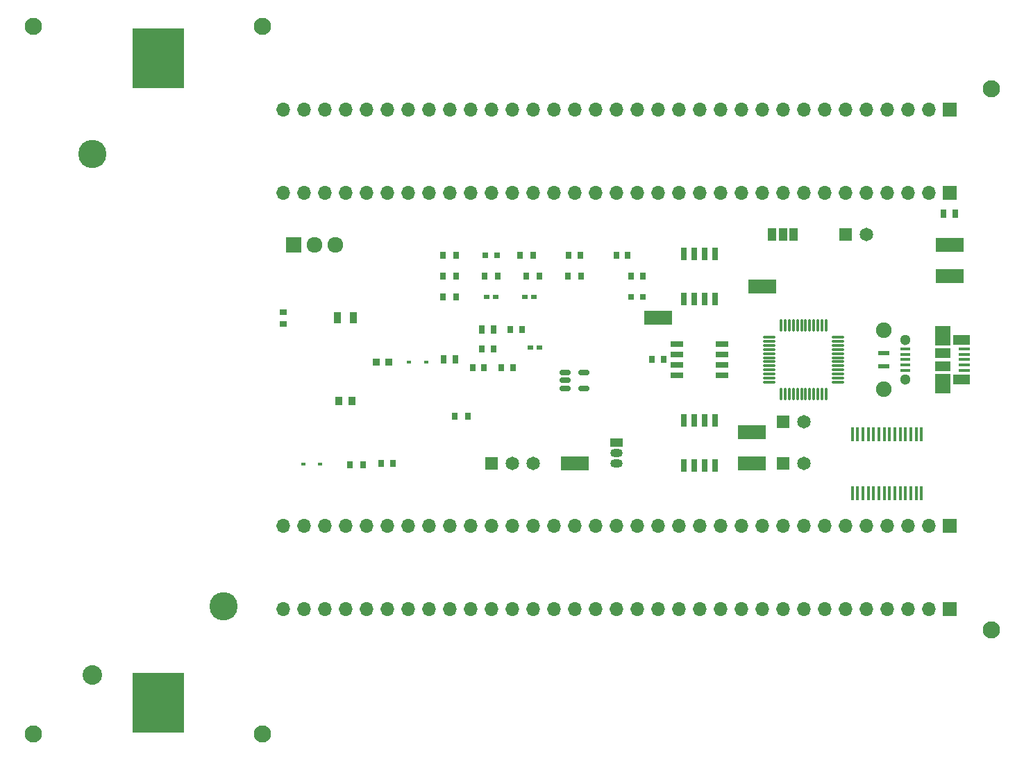
<source format=gts>
G04 #@! TF.GenerationSoftware,KiCad,Pcbnew,(6.0.1)*
G04 #@! TF.CreationDate,2022-04-11T21:44:22+02:00*
G04 #@! TF.ProjectId,main,6d61696e-2e6b-4696-9361-645f70636258,rev?*
G04 #@! TF.SameCoordinates,Original*
G04 #@! TF.FileFunction,Soldermask,Top*
G04 #@! TF.FilePolarity,Negative*
%FSLAX46Y46*%
G04 Gerber Fmt 4.6, Leading zero omitted, Abs format (unit mm)*
G04 Created by KiCad (PCBNEW (6.0.1)) date 2022-04-11 21:44:22*
%MOMM*%
%LPD*%
G01*
G04 APERTURE LIST*
G04 Aperture macros list*
%AMRoundRect*
0 Rectangle with rounded corners*
0 $1 Rounding radius*
0 $2 $3 $4 $5 $6 $7 $8 $9 X,Y pos of 4 corners*
0 Add a 4 corners polygon primitive as box body*
4,1,4,$2,$3,$4,$5,$6,$7,$8,$9,$2,$3,0*
0 Add four circle primitives for the rounded corners*
1,1,$1+$1,$2,$3*
1,1,$1+$1,$4,$5*
1,1,$1+$1,$6,$7*
1,1,$1+$1,$8,$9*
0 Add four rect primitives between the rounded corners*
20,1,$1+$1,$2,$3,$4,$5,0*
20,1,$1+$1,$4,$5,$6,$7,0*
20,1,$1+$1,$6,$7,$8,$9,0*
20,1,$1+$1,$8,$9,$2,$3,0*%
G04 Aperture macros list end*
%ADD10R,0.900000X1.000000*%
%ADD11R,0.760000X0.980000*%
%ADD12RoundRect,0.150000X-0.512500X-0.150000X0.512500X-0.150000X0.512500X0.150000X-0.512500X0.150000X0*%
%ADD13R,0.730000X0.940000*%
%ADD14R,0.950000X1.400000*%
%ADD15R,1.650000X1.650000*%
%ADD16C,1.650000*%
%ADD17C,2.100000*%
%ADD18R,0.900000X0.950000*%
%ADD19R,0.800000X0.950000*%
%ADD20R,1.380000X0.450000*%
%ADD21R,2.100000X1.300000*%
%ADD22R,1.900000X1.175000*%
%ADD23R,1.900000X2.375000*%
%ADD24R,1.920000X1.920000*%
%ADD25C,1.920000*%
%ADD26R,3.400000X1.800000*%
%ADD27R,1.700000X1.700000*%
%ADD28O,1.700000X1.700000*%
%ADD29R,1.250000X0.400000*%
%ADD30C,1.300000*%
%ADD31C,1.900000*%
%ADD32R,1.350000X0.600000*%
%ADD33R,0.800000X0.800000*%
%ADD34R,1.525000X0.650000*%
%ADD35R,0.600000X0.450000*%
%ADD36RoundRect,0.075000X-0.662500X-0.075000X0.662500X-0.075000X0.662500X0.075000X-0.662500X0.075000X0*%
%ADD37RoundRect,0.075000X-0.075000X-0.662500X0.075000X-0.662500X0.075000X0.662500X-0.075000X0.662500X0*%
%ADD38R,1.000000X1.500000*%
%ADD39R,0.750000X0.600000*%
%ADD40R,0.700000X0.600000*%
%ADD41R,0.450000X1.750000*%
%ADD42R,0.650000X1.525000*%
%ADD43R,0.940000X0.730000*%
%ADD44C,2.390000*%
%ADD45C,3.450000*%
%ADD46R,6.350000X7.340000*%
%ADD47R,1.500000X1.050000*%
%ADD48O,1.500000X1.050000*%
G04 APERTURE END LIST*
D10*
X105840000Y-101600000D03*
X107440000Y-101600000D03*
D11*
X118670000Y-96520000D03*
X120090000Y-96520000D03*
D12*
X133482500Y-98110000D03*
X133482500Y-99060000D03*
X133482500Y-100010000D03*
X135757500Y-100010000D03*
X135757500Y-98110000D03*
D13*
X133910000Y-83820000D03*
X135330000Y-83820000D03*
D14*
X105730000Y-91440000D03*
X107630000Y-91440000D03*
D15*
X124460000Y-109220000D03*
D16*
X127000000Y-109220000D03*
X129540000Y-109220000D03*
D17*
X96520000Y-142240000D03*
D18*
X110440000Y-96805000D03*
X111940000Y-96805000D03*
D19*
X118580000Y-88900000D03*
X120180000Y-88900000D03*
D17*
X185420000Y-63500000D03*
D19*
X128740000Y-86360000D03*
X130340000Y-86360000D03*
D20*
X182185000Y-95220000D03*
X182185000Y-95870000D03*
X182185000Y-96520000D03*
X182185000Y-97170000D03*
X182185000Y-97820000D03*
D21*
X181825000Y-98972500D03*
X181825000Y-94067500D03*
D22*
X179525000Y-95682500D03*
X179525000Y-97357500D03*
D23*
X179525000Y-93607500D03*
X179525000Y-99432500D03*
D17*
X68580000Y-55880000D03*
D24*
X100330000Y-82550000D03*
D25*
X102870000Y-82550000D03*
X105410000Y-82550000D03*
D13*
X125685000Y-97470000D03*
X127105000Y-97470000D03*
D26*
X157480000Y-87630000D03*
D15*
X167640000Y-81280000D03*
D16*
X170180000Y-81280000D03*
D27*
X180340000Y-76200000D03*
D28*
X177800000Y-76200000D03*
X175260000Y-76200000D03*
X172720000Y-76200000D03*
X170180000Y-76200000D03*
X167640000Y-76200000D03*
X165100000Y-76200000D03*
X162560000Y-76200000D03*
X160020000Y-76200000D03*
X157480000Y-76200000D03*
X154940000Y-76200000D03*
X152400000Y-76200000D03*
X149860000Y-76200000D03*
X147320000Y-76200000D03*
X144780000Y-76200000D03*
X142240000Y-76200000D03*
X139700000Y-76200000D03*
X137160000Y-76200000D03*
X134620000Y-76200000D03*
X132080000Y-76200000D03*
X129540000Y-76200000D03*
X127000000Y-76200000D03*
X124460000Y-76200000D03*
X121920000Y-76200000D03*
X119380000Y-76200000D03*
X116840000Y-76200000D03*
X114300000Y-76200000D03*
X111760000Y-76200000D03*
X109220000Y-76200000D03*
X106680000Y-76200000D03*
X104140000Y-76200000D03*
X101600000Y-76200000D03*
X99060000Y-76200000D03*
D29*
X174947212Y-95220000D03*
X174947212Y-95870000D03*
X174947212Y-96520000D03*
X174947212Y-97170000D03*
X174947212Y-97820000D03*
D30*
X174972212Y-94095000D03*
X174972212Y-98945000D03*
D31*
X172302212Y-92920000D03*
X172302212Y-100120000D03*
D32*
X172297212Y-95720000D03*
X172297212Y-97320000D03*
D17*
X68580000Y-142240000D03*
D33*
X141490000Y-88900000D03*
X142990000Y-88900000D03*
D11*
X179630000Y-78740000D03*
X181050000Y-78740000D03*
D34*
X147148000Y-94615000D03*
X147148000Y-95885000D03*
X147148000Y-97155000D03*
X147148000Y-98425000D03*
X152572000Y-98425000D03*
X152572000Y-97155000D03*
X152572000Y-95885000D03*
X152572000Y-94615000D03*
D35*
X103625000Y-109300000D03*
X101525000Y-109300000D03*
D36*
X158397500Y-93770000D03*
X158397500Y-94270000D03*
X158397500Y-94770000D03*
X158397500Y-95270000D03*
X158397500Y-95770000D03*
X158397500Y-96270000D03*
X158397500Y-96770000D03*
X158397500Y-97270000D03*
X158397500Y-97770000D03*
X158397500Y-98270000D03*
X158397500Y-98770000D03*
X158397500Y-99270000D03*
D37*
X159810000Y-100682500D03*
X160310000Y-100682500D03*
X160810000Y-100682500D03*
X161310000Y-100682500D03*
X161810000Y-100682500D03*
X162310000Y-100682500D03*
X162810000Y-100682500D03*
X163310000Y-100682500D03*
X163810000Y-100682500D03*
X164310000Y-100682500D03*
X164810000Y-100682500D03*
X165310000Y-100682500D03*
D36*
X166722500Y-99270000D03*
X166722500Y-98770000D03*
X166722500Y-98270000D03*
X166722500Y-97770000D03*
X166722500Y-97270000D03*
X166722500Y-96770000D03*
X166722500Y-96270000D03*
X166722500Y-95770000D03*
X166722500Y-95270000D03*
X166722500Y-94770000D03*
X166722500Y-94270000D03*
X166722500Y-93770000D03*
D37*
X165310000Y-92357500D03*
X164810000Y-92357500D03*
X164310000Y-92357500D03*
X163810000Y-92357500D03*
X163310000Y-92357500D03*
X162810000Y-92357500D03*
X162310000Y-92357500D03*
X161810000Y-92357500D03*
X161310000Y-92357500D03*
X160810000Y-92357500D03*
X160310000Y-92357500D03*
X159810000Y-92357500D03*
D26*
X156210000Y-105410000D03*
D33*
X123710000Y-83820000D03*
X125210000Y-83820000D03*
D19*
X119990000Y-103450000D03*
X121590000Y-103450000D03*
D35*
X114440000Y-96830000D03*
X116540000Y-96830000D03*
D15*
X160020000Y-109220000D03*
D16*
X162560000Y-109220000D03*
D15*
X160020000Y-104140000D03*
D16*
X162560000Y-104140000D03*
D13*
X139700000Y-83820000D03*
X141120000Y-83820000D03*
D27*
X180340000Y-66040000D03*
D28*
X177800000Y-66040000D03*
X175260000Y-66040000D03*
X172720000Y-66040000D03*
X170180000Y-66040000D03*
X167640000Y-66040000D03*
X165100000Y-66040000D03*
X162560000Y-66040000D03*
X160020000Y-66040000D03*
X157480000Y-66040000D03*
X154940000Y-66040000D03*
X152400000Y-66040000D03*
X149860000Y-66040000D03*
X147320000Y-66040000D03*
X144780000Y-66040000D03*
X142240000Y-66040000D03*
X139700000Y-66040000D03*
X137160000Y-66040000D03*
X134620000Y-66040000D03*
X132080000Y-66040000D03*
X129540000Y-66040000D03*
X127000000Y-66040000D03*
X124460000Y-66040000D03*
X121920000Y-66040000D03*
X119380000Y-66040000D03*
X116840000Y-66040000D03*
X114300000Y-66040000D03*
X111760000Y-66040000D03*
X109220000Y-66040000D03*
X106680000Y-66040000D03*
X104140000Y-66040000D03*
X101600000Y-66040000D03*
X99060000Y-66040000D03*
D13*
X144070000Y-96520000D03*
X145490000Y-96520000D03*
D19*
X127940000Y-83820000D03*
X129540000Y-83820000D03*
D13*
X122185000Y-97470000D03*
X123605000Y-97470000D03*
D38*
X158720000Y-81280000D03*
X160020000Y-81280000D03*
X161320000Y-81280000D03*
D19*
X118580000Y-86360000D03*
X120180000Y-86360000D03*
D39*
X128535000Y-88900000D03*
X129635000Y-88900000D03*
D19*
X133820000Y-86360000D03*
X135420000Y-86360000D03*
D11*
X123310000Y-92870000D03*
X124730000Y-92870000D03*
D13*
X126825000Y-92850000D03*
X128245000Y-92850000D03*
X111050000Y-109220000D03*
X112470000Y-109220000D03*
D40*
X129270000Y-95070000D03*
X130370000Y-95070000D03*
D17*
X185420000Y-129540000D03*
D27*
X180340000Y-127000000D03*
D28*
X177800000Y-127000000D03*
X175260000Y-127000000D03*
X172720000Y-127000000D03*
X170180000Y-127000000D03*
X167640000Y-127000000D03*
X165100000Y-127000000D03*
X162560000Y-127000000D03*
X160020000Y-127000000D03*
X157480000Y-127000000D03*
X154940000Y-127000000D03*
X152400000Y-127000000D03*
X149860000Y-127000000D03*
X147320000Y-127000000D03*
X144780000Y-127000000D03*
X142240000Y-127000000D03*
X139700000Y-127000000D03*
X137160000Y-127000000D03*
X134620000Y-127000000D03*
X132080000Y-127000000D03*
X129540000Y-127000000D03*
X127000000Y-127000000D03*
X124460000Y-127000000D03*
X121920000Y-127000000D03*
X119380000Y-127000000D03*
X116840000Y-127000000D03*
X114300000Y-127000000D03*
X111760000Y-127000000D03*
X109220000Y-127000000D03*
X106680000Y-127000000D03*
X104140000Y-127000000D03*
X101600000Y-127000000D03*
X99060000Y-127000000D03*
D26*
X144780000Y-91440000D03*
D41*
X168495000Y-112820000D03*
X169145000Y-112820000D03*
X169795000Y-112820000D03*
X170445000Y-112820000D03*
X171095000Y-112820000D03*
X171745000Y-112820000D03*
X172395000Y-112820000D03*
X173045000Y-112820000D03*
X173695000Y-112820000D03*
X174345000Y-112820000D03*
X174995000Y-112820000D03*
X175645000Y-112820000D03*
X176295000Y-112820000D03*
X176945000Y-112820000D03*
X176945000Y-105620000D03*
X176295000Y-105620000D03*
X175645000Y-105620000D03*
X174995000Y-105620000D03*
X174345000Y-105620000D03*
X173695000Y-105620000D03*
X173045000Y-105620000D03*
X172395000Y-105620000D03*
X171745000Y-105620000D03*
X171095000Y-105620000D03*
X170445000Y-105620000D03*
X169795000Y-105620000D03*
X169145000Y-105620000D03*
X168495000Y-105620000D03*
D17*
X96520000Y-55880000D03*
D27*
X180340000Y-116840000D03*
D28*
X177800000Y-116840000D03*
X175260000Y-116840000D03*
X172720000Y-116840000D03*
X170180000Y-116840000D03*
X167640000Y-116840000D03*
X165100000Y-116840000D03*
X162560000Y-116840000D03*
X160020000Y-116840000D03*
X157480000Y-116840000D03*
X154940000Y-116840000D03*
X152400000Y-116840000D03*
X149860000Y-116840000D03*
X147320000Y-116840000D03*
X144780000Y-116840000D03*
X142240000Y-116840000D03*
X139700000Y-116840000D03*
X137160000Y-116840000D03*
X134620000Y-116840000D03*
X132080000Y-116840000D03*
X129540000Y-116840000D03*
X127000000Y-116840000D03*
X124460000Y-116840000D03*
X121920000Y-116840000D03*
X119380000Y-116840000D03*
X116840000Y-116840000D03*
X114300000Y-116840000D03*
X111760000Y-116840000D03*
X109220000Y-116840000D03*
X106680000Y-116840000D03*
X104140000Y-116840000D03*
X101600000Y-116840000D03*
X99060000Y-116840000D03*
D26*
X180340000Y-82550000D03*
D39*
X123910000Y-88900000D03*
X125010000Y-88900000D03*
D26*
X156210000Y-109220000D03*
D13*
X123295000Y-95180000D03*
X124715000Y-95180000D03*
D26*
X134620000Y-109220000D03*
X180340000Y-86360000D03*
D19*
X118580000Y-83820000D03*
X120180000Y-83820000D03*
X107235000Y-109350000D03*
X108835000Y-109350000D03*
D42*
X147955000Y-89072000D03*
X149225000Y-89072000D03*
X150495000Y-89072000D03*
X151765000Y-89072000D03*
X151765000Y-83648000D03*
X150495000Y-83648000D03*
X149225000Y-83648000D03*
X147955000Y-83648000D03*
X147955000Y-109392000D03*
X149225000Y-109392000D03*
X150495000Y-109392000D03*
X151765000Y-109392000D03*
X151765000Y-103968000D03*
X150495000Y-103968000D03*
X149225000Y-103968000D03*
X147955000Y-103968000D03*
D43*
X99060000Y-92150000D03*
X99060000Y-90730000D03*
D19*
X123660000Y-86360000D03*
X125260000Y-86360000D03*
D44*
X75820000Y-134990000D03*
D45*
X75820000Y-71460000D03*
X91820000Y-126660000D03*
D46*
X83820000Y-138390000D03*
X83820000Y-59730000D03*
D47*
X139700000Y-106680000D03*
D48*
X139700000Y-107950000D03*
X139700000Y-109220000D03*
D13*
X141530000Y-86360000D03*
X142950000Y-86360000D03*
M02*

</source>
